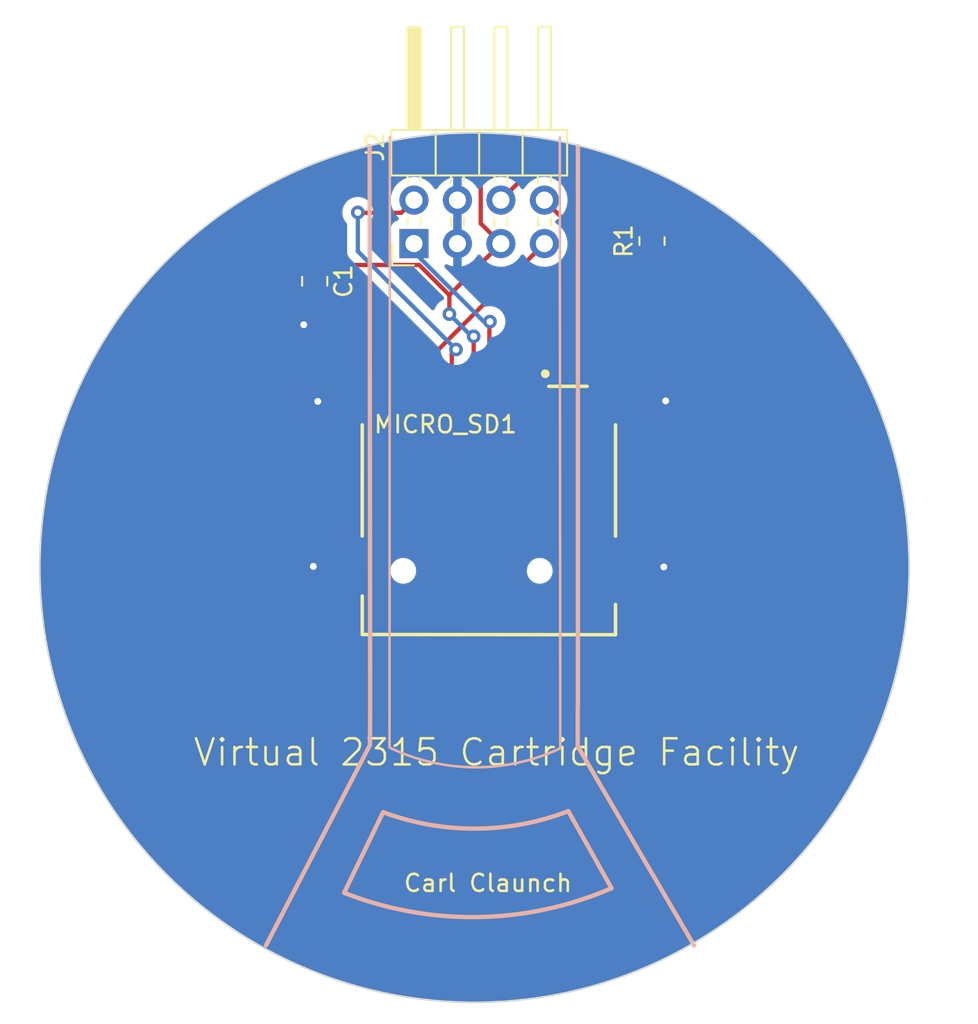
<source format=kicad_pcb>
(kicad_pcb (version 20221018) (generator pcbnew)
  (layers (0 "F.Cu" signal) (31 "B.Cu" signal) (34 "B.Paste" user) (35 "F.Paste" user) (36 "B.SilkS" user "B.Silkscreen") (37 "F.SilkS" user "F.Silkscreen") (38 "B.Mask" user) (39 "F.Mask" user) (44 "Edge.Cuts" user))
  (net 0 "")
  (net 1 "GND")
  (net 2 "Net-(J2-Pin_5)")
  (net 3 "Net-(J2-Pin_1)")
  (net 4 "Net-(J2-Pin_2)")
  (net 5 "Net-(J2-Pin_6)")
  (net 6 "Net-(J2-Pin_7)")
  (net 7 "Net-(J2-Pin_8)")
  (footprint "Resistor_SMD:R_0805_2012Metric" (layer "F.Cu") (at 145.87 103.0425 90)
    (fp_text reference "R1" (at 0 -1.65 90) (layer "F.SilkS"))
    (fp_text value "10K")
    (fp_line (start -0.227064 -0.735) (end 0.227064 -0.735) (stroke (width 0.12)) (layer "F.SilkS"))
    (fp_line (start -0.227064 0.735) (end 0.227064 0.735) (stroke (width 0.12)) (layer "F.SilkS"))
    (pad "1" smd roundrect (at -0.9125 0 90) (size 1.025 1.4) (layers "F.Cu" "F.Paste" "F.Mask") (roundrect_rratio 0.243902439) (net 5 "Net-(J2-Pin_6)"))
    (pad "2" smd roundrect (at 0.9125 0 90) (size 1.025 1.4) (layers "F.Cu" "F.Paste" "F.Mask") (roundrect_rratio 0.243902439) (net 2 "Net-(J2-Pin_5)"))
  )
  (footprint "Capacitor_SMD:C_0805_2012Metric" (layer "F.Cu") (at 126.16 105.39 -90)
    (fp_text reference "C1" (at 0 -1.68 90) (layer "F.SilkS"))
    (fp_text value "100nf")
    (fp_line (start -0.261252 -0.735) (end 0.261252 -0.735) (stroke (width 0.12)) (layer "F.SilkS"))
    (fp_line (start -0.261252 0.735) (end 0.261252 0.735) (stroke (width 0.12)) (layer "F.SilkS"))
    (pad "1" smd roundrect (at -0.95 0 270) (size 1 1.45) (layers "F.Cu" "F.Paste" "F.Mask") (net 2 "Net-(J2-Pin_5)"))
    (pad "2" smd roundrect (at 0.95 0 270) (size 1 1.45) (layers "F.Cu" "F.Paste" "F.Mask") (net 1 "GND"))
  )
  (footprint "TF-01A:TF-01A" (layer "F.Cu") (at 136.3382 118.7794)
    (fp_text reference "MICRO_SD1" (at -2.54 -5.024) (layer "F.SilkS"))
    (fp_text value "TF-01A")
    (fp_line (start -7.4 -5) (end -7.4 1.5) (stroke (width 0.2032)) (layer "F.SilkS"))
    (fp_line (start -7.4 5) (end -7.39902 7.25) (stroke (width 0.2032)) (layer "F.SilkS"))
    (fp_line (start -7.39902 7.25) (end 7.39902 7.2627) (stroke (width 0.2032)) (layer "F.SilkS"))
    (fp_line (start 3.5 -7.25) (end 5.738 -7.25) (stroke (width 0.2032)) (layer "F.SilkS"))
    (fp_line (start 7.39902 7.2627) (end 7.4 5.5) (stroke (width 0.2032)) (layer "F.SilkS"))
    (fp_line (start 7.4 1.5) (end 7.4 -5) (stroke (width 0.2032)) (layer "F.SilkS"))
    (fp_circle (center 3.29565 -7.98449) (end 3.54965 -7.98449) (fill solid) (layer "F.SilkS"))
    (pad "" np_thru_hole circle (at -5.0038 3.5306) (size 0.999997 0.999997) (drill 0.999997) (layers "*.Cu" "*.Mask"))
    (pad "" np_thru_hole circle (at 2.9718 3.5306) (size 0.999997 0.999997) (drill 0.999997) (layers "*.Cu" "*.Mask"))
    (pad "1" smd rect (at 2.2298 -7.1738) (size 0.7 1.3) (layers "F.Cu" "F.Paste" "F.Mask"))
    (pad "2" smd rect (at 1.1298 -7.1738) (size 0.7 1.3) (layers "F.Cu" "F.Paste" "F.Mask") (net 7 "Net-(J2-Pin_8)"))
    (pad "3" smd rect (at 0.0298 -7.1738) (size 0.7 1.3) (layers "F.Cu" "F.Paste" "F.Mask") (net 3 "Net-(J2-Pin_1)"))
    (pad "4" smd rect (at -1.0702 -7.1738) (size 0.7 1.3) (layers "F.Cu" "F.Paste" "F.Mask") (net 2 "Net-(J2-Pin_5)"))
    (pad "5" smd rect (at -2.1702 -7.1738) (size 0.7 1.3) (layers "F.Cu" "F.Paste" "F.Mask") (net 4 "Net-(J2-Pin_2)"))
    (pad "6" smd rect (at -3.2702 -7.1738) (size 0.7 1.3) (layers "F.Cu" "F.Paste" "F.Mask") (net 1 "GND"))
    (pad "7" smd rect (at -4.3702 -7.1738) (size 0.7 1.3) (layers "F.Cu" "F.Paste" "F.Mask") (net 6 "Net-(J2-Pin_7)"))
    (pad "8" smd rect (at -5.4702 -7.1738) (size 0.7 1.3) (layers "F.Cu" "F.Paste" "F.Mask"))
    (pad "CD1" smd rect (at -6.5702 -7.1738) (size 0.7 1.3) (layers "F.Cu" "F.Paste" "F.Mask") (net 5 "Net-(J2-Pin_6)"))
    (pad "MP1" smd rect (at -7.9886 -6.4) (size 1.4478 1.651) (layers "F.Cu" "F.Paste" "F.Mask") (net 1 "GND"))
    (pad "MP2" smd rect (at -7.9886 3.3) (size 1.4478 2.4384) (layers "F.Cu" "F.Paste" "F.Mask") (net 1 "GND"))
    (pad "MP3" smd rect (at 7.8362 3.3) (size 1.4478 2.4384) (layers "F.Cu" "F.Paste" "F.Mask") (net 1 "GND"))
    (pad "MP4" smd rect (at 7.0612 -6.4) (size 1.8542 1.651) (layers "F.Cu" "F.Paste" "F.Mask") (net 1 "GND"))
  )
  (footprint "Connector_PinHeader_2.54mm:PinHeader_2x04_P2.54mm_Horizontal" (layer "F.Cu") (at 131.96 103.19 90)
    (fp_text reference "J2" (at 5.655 -2.27 90) (layer "F.SilkS"))
    (fp_text value "Conn_02x04_Odd_Even")
    (fp_line (start -1.27 -1.27) (end 0 -1.27) (stroke (width 0.12)) (layer "F.SilkS"))
    (fp_line (start -1.27 0) (end -1.27 -1.27) (stroke (width 0.12)) (layer "F.SilkS"))
    (fp_line (start 1.042929 2.16) (end 1.497071 2.16) (stroke (width 0.12)) (layer "F.SilkS"))
    (fp_line (start 1.042929 2.92) (end 1.497071 2.92) (stroke (width 0.12)) (layer "F.SilkS"))
    (fp_line (start 1.042929 4.7) (end 1.497071 4.7) (stroke (width 0.12)) (layer "F.SilkS"))
    (fp_line (start 1.042929 5.46) (end 1.497071 5.46) (stroke (width 0.12)) (layer "F.SilkS"))
    (fp_line (start 1.042929 7.24) (end 1.497071 7.24) (stroke (width 0.12)) (layer "F.SilkS"))
    (fp_line (start 1.042929 8) (end 1.497071 8) (stroke (width 0.12)) (layer "F.SilkS"))
    (fp_line (start 1.11 -0.38) (end 1.497071 -0.38) (stroke (width 0.12)) (layer "F.SilkS"))
    (fp_line (start 1.11 0.38) (end 1.497071 0.38) (stroke (width 0.12)) (layer "F.SilkS"))
    (fp_line (start 3.582929 -0.38) (end 3.98 -0.38) (stroke (width 0.12)) (layer "F.SilkS"))
    (fp_line (start 3.582929 0.38) (end 3.98 0.38) (stroke (width 0.12)) (layer "F.SilkS"))
    (fp_line (start 3.582929 2.16) (end 3.98 2.16) (stroke (width 0.12)) (layer "F.SilkS"))
    (fp_line (start 3.582929 2.92) (end 3.98 2.92) (stroke (width 0.12)) (layer "F.SilkS"))
    (fp_line (start 3.582929 4.7) (end 3.98 4.7) (stroke (width 0.12)) (layer "F.SilkS"))
    (fp_line (start 3.582929 5.46) (end 3.98 5.46) (stroke (width 0.12)) (layer "F.SilkS"))
    (fp_line (start 3.582929 7.24) (end 3.98 7.24) (stroke (width 0.12)) (layer "F.SilkS"))
    (fp_line (start 3.582929 8) (end 3.98 8) (stroke (width 0.12)) (layer "F.SilkS"))
    (fp_line (start 3.98 -1.33) (end 3.98 8.95) (stroke (width 0.12)) (layer "F.SilkS"))
    (fp_line (start 3.98 1.27) (end 6.64 1.27) (stroke (width 0.12)) (layer "F.SilkS"))
    (fp_line (start 3.98 3.81) (end 6.64 3.81) (stroke (width 0.12)) (layer "F.SilkS"))
    (fp_line (start 3.98 6.35) (end 6.64 6.35) (stroke (width 0.12)) (layer "F.SilkS"))
    (fp_line (start 3.98 8.95) (end 6.64 8.95) (stroke (width 0.12)) (layer "F.SilkS"))
    (fp_line (start 6.64 -1.33) (end 3.98 -1.33) (stroke (width 0.12)) (layer "F.SilkS"))
    (fp_line (start 6.64 -0.38) (end 12.64 -0.38) (stroke (width 0.12)) (layer "F.SilkS"))
    (fp_line (start 6.64 -0.32) (end 12.64 -0.32) (stroke (width 0.12)) (layer "F.SilkS"))
    (fp_line (start 6.64 -0.2) (end 12.64 -0.2) (stroke (width 0.12)) (layer "F.SilkS"))
    (fp_line (start 6.64 -0.08) (end 12.64 -0.08) (stroke (width 0.12)) (layer "F.SilkS"))
    (fp_line (start 6.64 0.04) (end 12.64 0.04) (stroke (width 0.12)) (layer "F.SilkS"))
    (fp_line (start 6.64 0.16) (end 12.64 0.16) (stroke (width 0.12)) (layer "F.SilkS"))
    (fp_line (start 6.64 0.28) (end 12.64 0.28) (stroke (width 0.12)) (layer "F.SilkS"))
    (fp_line (start 6.64 2.16) (end 12.64 2.16) (stroke (width 0.12)) (layer "F.SilkS"))
    (fp_line (start 6.64 4.7) (end 12.64 4.7) (stroke (width 0.12)) (layer "F.SilkS"))
    (fp_line (start 6.64 7.24) (end 12.64 7.24) (stroke (width 0.12)) (layer "F.SilkS"))
    (fp_line (start 6.64 8.95) (end 6.64 -1.33) (stroke (width 0.12)) (layer "F.SilkS"))
    (fp_line (start 12.64 -0.38) (end 12.64 0.38) (stroke (width 0.12)) (layer "F.SilkS"))
    (fp_line (start 12.64 0.38) (end 6.64 0.38) (stroke (width 0.12)) (layer "F.SilkS"))
    (fp_line (start 12.64 2.16) (end 12.64 2.92) (stroke (width 0.12)) (layer "F.SilkS"))
    (fp_line (start 12.64 2.92) (end 6.64 2.92) (stroke (width 0.12)) (layer "F.SilkS"))
    (fp_line (start 12.64 4.7) (end 12.64 5.46) (stroke (width 0.12)) (layer "F.SilkS"))
    (fp_line (start 12.64 5.46) (end 6.64 5.46) (stroke (width 0.12)) (layer "F.SilkS"))
    (fp_line (start 12.64 7.24) (end 12.64 8) (stroke (width 0.12)) (layer "F.SilkS"))
    (fp_line (start 12.64 8) (end 6.64 8) (stroke (width 0.12)) (layer "F.SilkS"))
    (pad "1" thru_hole rect (at 0 0 90) (size 1.7 1.7) (drill 1) (layers "*.Cu" "*.Mask") (net 3 "Net-(J2-Pin_1)"))
    (pad "2" thru_hole oval (at 2.54 0 90) (size 1.7 1.7) (drill 1) (layers "*.Cu" "*.Mask") (net 4 "Net-(J2-Pin_2)"))
    (pad "3" thru_hole oval (at 0 2.54 90) (size 1.7 1.7) (drill 1) (layers "*.Cu" "*.Mask") (net 1 "GND"))
    (pad "4" thru_hole oval (at 2.54 2.54 90) (size 1.7 1.7) (drill 1) (layers "*.Cu" "*.Mask") (net 1 "GND"))
    (pad "5" thru_hole oval (at 0 5.08 90) (size 1.7 1.7) (drill 1) (layers "*.Cu" "*.Mask") (net 2 "Net-(J2-Pin_5)"))
    (pad "6" thru_hole oval (at 2.54 5.08 90) (size 1.7 1.7) (drill 1) (layers "*.Cu" "*.Mask") (net 5 "Net-(J2-Pin_6)"))
    (pad "7" thru_hole oval (at 0 7.62 90) (size 1.7 1.7) (drill 1) (layers "*.Cu" "*.Mask") (net 6 "Net-(J2-Pin_7)"))
    (pad "8" thru_hole oval (at 2.54 7.62 90) (size 1.7 1.7) (drill 1) (layers "*.Cu" "*.Mask") (net 7 "Net-(J2-Pin_8)"))
  )
  (gr_arc (start 140.51 132.68) (mid 135.51425 133.786761) (end 130.529391 132.631936) (stroke (width 0.15)) (layer "B.SilkS"))
  (gr_line (start 130.157897 136.409831) (end 127.88 141.119999) (stroke (width 0.254)) (layer "B.SilkS"))
  (gr_line (start 141.5408 97.49) (end 141.5408 130.27) (stroke (width 0.254)) (layer "B.SilkS"))
  (gr_line (start 140.98 136.35) (end 143.506008 140.85304) (stroke (width 0.254)) (layer "B.SilkS"))
  (gr_line (start 129.4 130.29) (end 129.39 132.48) (stroke (width 0.254)) (layer "B.SilkS"))
  (gr_line (start 140.48 96.98) (end 140.51 132.68) (stroke (width 0.15)) (layer "B.SilkS"))
  (gr_line (start 129.39 132.48) (end 123.31 144.2) (stroke (width 0.254)) (layer "B.SilkS"))
  (gr_arc (start 140.98 136.35) (mid 135.574426 137.370739) (end 130.157897 136.409831) (stroke (width 0.254)) (layer "B.SilkS"))
  (gr_line (start 129.37 97.49) (end 129.4 130.29) (stroke (width 0.254)) (layer "B.SilkS"))
  (gr_line (start 141.53 132.56) (end 141.53 130.27) (stroke (width 0.254)) (layer "B.SilkS"))
  (gr_arc (start 143.506008 140.85304) (mid 135.719497 142.537261) (end 127.88 141.119999) (stroke (width 0.254)) (layer "B.SilkS"))
  (gr_line (start 141.53 132.56) (end 148.33 144.2) (stroke (width 0.254)) (layer "B.SilkS"))
  (gr_line (start 130.55 96.98) (end 130.529391 132.631936) (stroke (width 0.15)) (layer "B.SilkS"))
  (gr_circle (center 135.497621 122.12) (end 160.897621 122.12) (stroke (width 0.1)) (fill none) (layer "Edge.Cuts"))
  (gr_text "Virtual 2315 Cartridge Facility" (at 118.98 133.81) (layer "F.SilkS") (effects (font (size 1.524 1.524)) (justify left bottom)))
  (gr_text "Carl Claunch" (at 131.28 141.14) (layer "F.SilkS") (effects (font (size 1 1)) (justify left bottom)))
  (segment (start 129.1202 113.15) (end 128.3496 112.3794) (width 0.25) (layer "F.Cu") (net 1))
  (segment (start 126.34 112.41) (end 126.3706 112.3794) (width 0.25) (layer "F.Cu") (net 1))
  (segment (start 126.16 107.29) (end 125.52 107.93) (width 0.25) (layer "F.Cu") (net 1))
  (segment (start 143.3994 112.3794) (end 146.6694 112.3794) (width 0.25) (layer "F.Cu") (net 1))
  (segment (start 126.16 106.34) (end 126.16 107.29) (width 0.25) (layer "F.Cu") (net 1))
  (segment (start 132.12 113.15) (end 129.1202 113.15) (width 0.25) (layer "F.Cu") (net 1))
  (segment (start 126.3706 112.3794) (end 128.3496 112.3794) (width 0.25) (layer "F.Cu") (net 1))
  (segment (start 146.5594 122.0794) (end 146.56 122.08) (width 0.25) (layer "F.Cu") (net 1))
  (segment (start 126.1094 122.0794) (end 126.08 122.05) (width 0.25) (layer "F.Cu") (net 1))
  (segment (start 144.1744 122.0794) (end 146.5594 122.0794) (width 0.25) (layer "F.Cu") (net 1))
  (segment (start 146.6694 112.3794) (end 146.67 112.38) (width 0.25) (layer "F.Cu") (net 1))
  (segment (start 133.068 112.202) (end 132.12 113.15) (width 0.25) (layer "F.Cu") (net 1))
  (segment (start 133.068 111.6056) (end 133.068 112.202) (width 0.25) (layer "F.Cu") (net 1))
  (segment (start 128.3496 122.0794) (end 126.1094 122.0794) (width 0.25) (layer "F.Cu") (net 1))
  (via (at 125.52 107.93) (size 0.8) (drill 0.4) (layers "F.Cu" "B.Cu") (net 1))
  (via (at 146.67 112.38) (size 0.8) (drill 0.4) (layers "F.Cu" "B.Cu") (net 1))
  (via (at 146.56 122.08) (size 0.8) (drill 0.4) (layers "F.Cu" "B.Cu") (net 1))
  (via (at 126.34 112.41) (size 0.8) (drill 0.4) (layers "F.Cu" "B.Cu") (net 1))
  (via (at 126.08 122.05) (size 0.8) (drill 0.4) (layers "F.Cu" "B.Cu") (net 1))
  (segment (start 141.89 98.15) (end 140.79 98.15) (width 0.25) (layer "F.Cu") (net 2))
  (segment (start 135.86 102.01) (end 137.04 103.19) (width 0.25) (layer "F.Cu") (net 2))
  (segment (start 135.86 98.87) (end 135.86 102.01) (width 0.25) (layer "F.Cu") (net 2))
  (segment (start 135.268 110.942) (end 135.45 110.76) (width 0.25) (layer "F.Cu") (net 2))
  (segment (start 134.03 107.31) (end 134.03 106.2) (width 0.25) (layer "F.Cu") (net 2))
  (segment (start 145.87 102.13) (end 141.89 98.15) (width 0.25) (layer "F.Cu") (net 2))
  (segment (start 136.95 97.78) (end 135.86 98.87) (width 0.25) (layer "F.Cu") (net 2))
  (segment (start 140.42 97.78) (end 136.95 97.78) (width 0.25) (layer "F.Cu") (net 2))
  (segment (start 126.16 104.44) (end 132.27 104.44) (width 0.25) (layer "F.Cu") (net 2))
  (segment (start 132.27 104.44) (end 134.03 106.2) (width 0.25) (layer "F.Cu") (net 2))
  (segment (start 140.79 98.15) (end 140.42 97.78) (width 0.25) (layer "F.Cu") (net 2))
  (segment (start 134.03 106.2) (end 137.04 103.19) (width 0.25) (layer "F.Cu") (net 2))
  (segment (start 135.268 111.6056) (end 135.268 110.942) (width 0.25) (layer "F.Cu") (net 2))
  (segment (start 135.45 110.76) (end 135.45 108.61) (width 0.25) (layer "F.Cu") (net 2))
  (via (at 135.45 108.61) (size 0.8) (drill 0.4) (layers "F.Cu" "B.Cu") (net 2))
  (via (at 134.03 107.31) (size 0.8) (drill 0.4) (layers "F.Cu" "B.Cu") (net 2))
  (segment (start 135.33 108.61) (end 134.03 107.31) (width 0.25) (layer "B.Cu") (net 2))
  (segment (start 135.45 108.61) (end 135.33 108.61) (width 0.25) (layer "B.Cu") (net 2))
  (segment (start 136.368 107.782) (end 136.368 111.6056) (width 0.25) (layer "F.Cu") (net 3))
  (segment (start 136.4 107.75) (end 136.368 107.782) (width 0.25) (layer "F.Cu") (net 3))
  (via (at 136.4 107.75) (size 0.8) (drill 0.4) (layers "F.Cu" "B.Cu") (net 3))
  (segment (start 136.04 107.75) (end 134.24 105.95) (width 0.25) (layer "B.Cu") (net 3))
  (segment (start 134.23 105.95) (end 131.96 103.68) (width 0.25) (layer "B.Cu") (net 3))
  (segment (start 131.96 103.68) (end 131.96 103.19) (width 0.25) (layer "B.Cu") (net 3))
  (segment (start 134.24 105.95) (end 134.23 105.95) (width 0.25) (layer "B.Cu") (net 3))
  (segment (start 136.4 107.75) (end 136.04 107.75) (width 0.25) (layer "B.Cu") (net 3))
  (segment (start 134.417299 109.377299) (end 134.168 109.626598) (width 0.25) (layer "F.Cu") (net 4))
  (segment (start 134.168 109.626598) (end 134.168 111.6056) (width 0.25) (layer "F.Cu") (net 4))
  (segment (start 131.22 101.39) (end 131.96 100.65) (width 0.25) (layer "F.Cu") (net 4))
  (segment (start 128.7 101.39) (end 131.22 101.39) (width 0.25) (layer "F.Cu") (net 4))
  (segment (start 128.68 101.37) (end 128.7 101.39) (width 0.25) (layer "F.Cu") (net 4))
  (via (at 134.417299 109.377299) (size 0.8) (drill 0.4) (layers "F.Cu" "B.Cu") (net 4))
  (via (at 128.68 101.37) (size 0.8) (drill 0.4) (layers "F.Cu" "B.Cu") (net 4))
  (segment (start 128.68 103.64) (end 128.68 101.37) (width 0.25) (layer "B.Cu") (net 4))
  (segment (start 134.417299 109.377299) (end 128.68 103.64) (width 0.25) (layer "B.Cu") (net 4))
  (segment (start 124.11 111.69) (end 124.11 115.02) (width 0.25) (layer "F.Cu") (net 5))
  (segment (start 145.87 103.955) (end 141.13 99.215) (width 0.25) (layer "F.Cu") (net 5))
  (segment (start 124.11 115.02) (end 125.57 116.48) (width 0.25) (layer "F.Cu") (net 5))
  (segment (start 149.62 114.68) (end 149.62 107.705) (width 0.25) (layer "F.Cu") (net 5))
  (segment (start 139.16 98.53) (end 137.04 100.65) (width 0.25) (layer "F.Cu") (net 5))
  (segment (start 149.62 107.705) (end 145.87 103.955) (width 0.25) (layer "F.Cu") (net 5))
  (segment (start 147.82 116.48) (end 149.62 114.68) (width 0.25) (layer "F.Cu") (net 5))
  (segment (start 129.768 111.6056) (end 128.6924 110.53) (width 0.25) (layer "F.Cu") (net 5))
  (segment (start 141.13 99.126396) (end 140.533604 98.53) (width 0.25) (layer "F.Cu") (net 5))
  (segment (start 140.533604 98.53) (end 139.16 98.53) (width 0.25) (layer "F.Cu") (net 5))
  (segment (start 141.13 99.215) (end 141.13 99.126396) (width 0.25) (layer "F.Cu") (net 5))
  (segment (start 128.6924 110.53) (end 125.27 110.53) (width 0.25) (layer "F.Cu") (net 5))
  (segment (start 125.27 110.53) (end 124.11 111.69) (width 0.25) (layer "F.Cu") (net 5))
  (segment (start 125.57 116.48) (end 147.82 116.48) (width 0.25) (layer "F.Cu") (net 5))
  (segment (start 131.968 110.802) (end 131.968 111.6056) (width 0.25) (layer "F.Cu") (net 6))
  (segment (start 139.58 103.19) (end 131.968 110.802) (width 0.25) (layer "F.Cu") (net 6))
  (segment (start 137.468 112.2556) (end 137.468 111.6056) (width 0.25) (layer "F.Cu") (net 7))
  (segment (start 141.88 102.95) (end 141.88 115.4) (width 0.25) (layer "F.Cu") (net 7))
  (segment (start 141.88 115.4) (end 140.6124 115.4) (width 0.25) (layer "F.Cu") (net 7))
  (segment (start 139.58 100.65) (end 141.88 102.95) (width 0.25) (layer "F.Cu") (net 7))
  (segment (start 140.6124 115.4) (end 137.468 112.2556) (width 0.25) (layer "F.Cu") (net 7))
  (zone (net 1) (net_name "GND") (layer "B.Cu") (connect_pads (clearance 0.5)) (min_thickness 0.25) (fill yes (thermal_gap 0.5) (thermal_bridge_width 0.5))
    (polygon (pts (xy 107.77 95.8) (xy 108.15 146.92) (xy 164.54 148.8) (xy 164.92 96.94)))
  )
)
</source>
